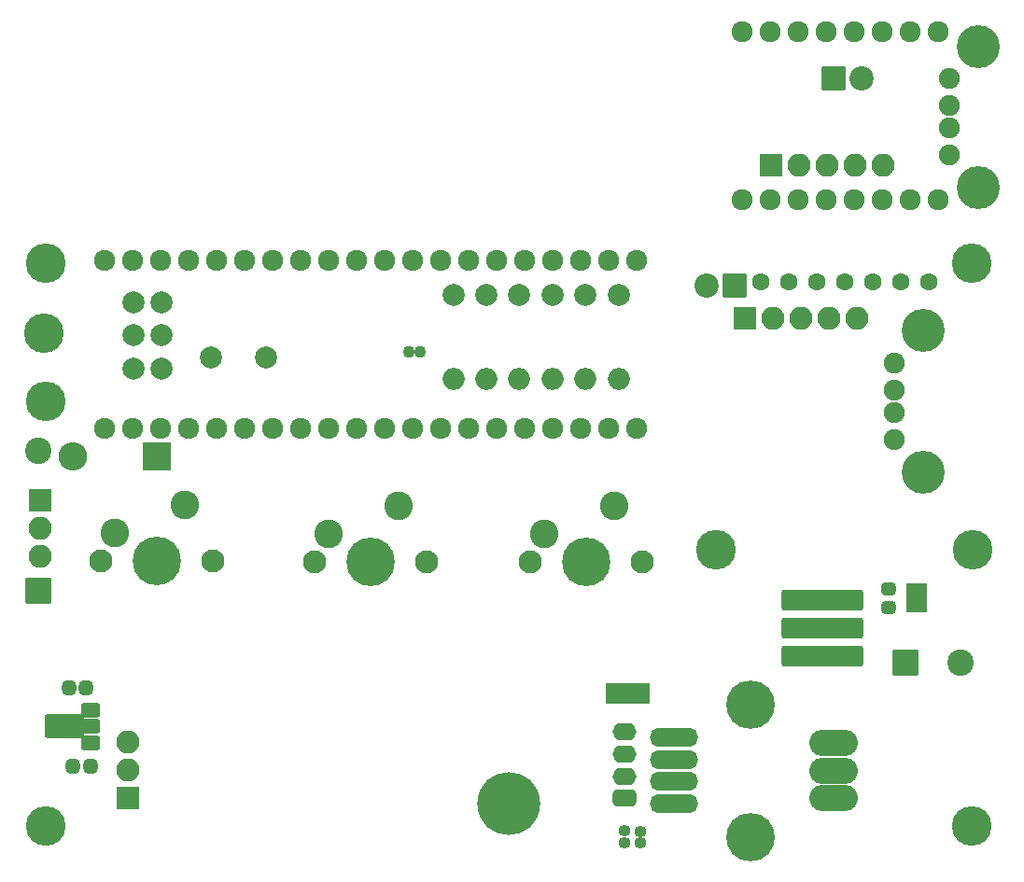
<source format=gbr>
G04 #@! TF.GenerationSoftware,KiCad,Pcbnew,7.0.8-7.0.8~ubuntu22.04.1*
G04 #@! TF.CreationDate,2024-11-12T17:52:49+09:00*
G04 #@! TF.ProjectId,ch32v203KeyBoardBadCable,63683332-7632-4303-934b-6579426f6172,rev?*
G04 #@! TF.SameCoordinates,Original*
G04 #@! TF.FileFunction,Soldermask,Top*
G04 #@! TF.FilePolarity,Negative*
%FSLAX46Y46*%
G04 Gerber Fmt 4.6, Leading zero omitted, Abs format (unit mm)*
G04 Created by KiCad (PCBNEW 7.0.8-7.0.8~ubuntu22.04.1) date 2024-11-12 17:52:49*
%MOMM*%
%LPD*%
G01*
G04 APERTURE LIST*
G04 Aperture macros list*
%AMRoundRect*
0 Rectangle with rounded corners*
0 $1 Rounding radius*
0 $2 $3 $4 $5 $6 $7 $8 $9 X,Y pos of 4 corners*
0 Add a 4 corners polygon primitive as box body*
4,1,4,$2,$3,$4,$5,$6,$7,$8,$9,$2,$3,0*
0 Add four circle primitives for the rounded corners*
1,1,$1+$1,$2,$3*
1,1,$1+$1,$4,$5*
1,1,$1+$1,$6,$7*
1,1,$1+$1,$8,$9*
0 Add four rect primitives between the rounded corners*
20,1,$1+$1,$2,$3,$4,$5,0*
20,1,$1+$1,$4,$5,$6,$7,0*
20,1,$1+$1,$6,$7,$8,$9,0*
20,1,$1+$1,$8,$9,$2,$3,0*%
%AMFreePoly0*
4,1,33,3.949277,1.046694,4.018866,0.991198,4.057486,0.911004,4.062500,0.866500,4.062500,-0.866500,4.042694,-0.953277,3.987198,-1.022866,3.907004,-1.061486,3.862500,-1.066500,0.737500,-1.066500,0.650723,-1.046694,0.581134,-0.991198,0.542514,-0.911004,0.537500,-0.866500,0.537500,-0.650000,-0.737500,-0.650000,-0.824277,-0.630194,-0.893866,-0.574698,-0.932486,-0.494504,-0.937500,-0.450000,
-0.937500,0.450000,-0.917694,0.536777,-0.862198,0.606366,-0.782004,0.644986,-0.737500,0.650000,0.537500,0.650000,0.537500,0.866500,0.557306,0.953277,0.612802,1.022866,0.692996,1.061486,0.737500,1.066500,3.862500,1.066500,3.949277,1.046694,3.949277,1.046694,$1*%
G04 Aperture macros list end*
%ADD10RoundRect,0.200000X-0.750000X0.500000X-0.750000X-0.500000X0.750000X-0.500000X0.750000X0.500000X0*%
%ADD11RoundRect,0.200000X0.900000X0.900000X-0.900000X0.900000X-0.900000X-0.900000X0.900000X-0.900000X0*%
%ADD12C,2.200000*%
%ADD13C,2.000000*%
%ADD14O,2.000000X2.000000*%
%ADD15C,3.600000*%
%ADD16RoundRect,0.200000X1.100000X1.100000X-1.100000X1.100000X-1.100000X-1.100000X1.100000X-1.100000X0*%
%ADD17O,2.600000X2.600000*%
%ADD18C,5.700000*%
%ADD19RoundRect,0.200000X0.650000X0.450000X-0.650000X0.450000X-0.650000X-0.450000X0.650000X-0.450000X0*%
%ADD20FreePoly0,180.000000*%
%ADD21RoundRect,0.200000X-3.500000X-0.750000X3.500000X-0.750000X3.500000X0.750000X-3.500000X0.750000X0*%
%ADD22RoundRect,0.200000X-0.850000X-0.850000X0.850000X-0.850000X0.850000X0.850000X-0.850000X0.850000X0*%
%ADD23O,2.100000X2.100000*%
%ADD24RoundRect,0.200000X-1.000000X-1.000000X1.000000X-1.000000X1.000000X1.000000X-1.000000X1.000000X0*%
%ADD25C,2.400000*%
%ADD26RoundRect,0.335000X0.185000X-0.135000X0.185000X0.135000X-0.185000X0.135000X-0.185000X-0.135000X0*%
%ADD27O,4.400000X4.400000*%
%ADD28O,4.400000X1.700000*%
%ADD29O,4.400000X2.400000*%
%ADD30RoundRect,0.400000X-0.275000X0.200000X-0.275000X-0.200000X0.275000X-0.200000X0.275000X0.200000X0*%
%ADD31C,1.600000*%
%ADD32C,2.100000*%
%ADD33C,4.400000*%
%ADD34C,2.600000*%
%ADD35RoundRect,0.200000X0.850000X-0.850000X0.850000X0.850000X-0.850000X0.850000X-0.850000X-0.850000X0*%
%ADD36RoundRect,0.425000X0.225000X0.250000X-0.225000X0.250000X-0.225000X-0.250000X0.225000X-0.250000X0*%
%ADD37C,1.924000*%
%ADD38C,1.901140*%
%ADD39C,3.900000*%
%ADD40RoundRect,0.200000X0.850000X0.850000X-0.850000X0.850000X-0.850000X-0.850000X0.850000X-0.850000X0*%
%ADD41RoundRect,0.450000X0.625000X-0.350000X0.625000X0.350000X-0.625000X0.350000X-0.625000X-0.350000X0*%
%ADD42O,2.150000X1.600000*%
%ADD43RoundRect,0.335000X-0.135000X-0.185000X0.135000X-0.185000X0.135000X0.185000X-0.135000X0.185000X0*%
%ADD44RoundRect,0.200000X-0.500000X-0.750000X0.500000X-0.750000X0.500000X0.750000X-0.500000X0.750000X0*%
%ADD45RoundRect,0.200000X-0.900000X-0.900000X0.900000X-0.900000X0.900000X0.900000X-0.900000X0.900000X0*%
%ADD46RoundRect,0.200000X-0.850000X0.850000X-0.850000X-0.850000X0.850000X-0.850000X0.850000X0.850000X0*%
G04 APERTURE END LIST*
D10*
X159085600Y-106944800D03*
X159085600Y-108244800D03*
D11*
X142585600Y-79244800D03*
D12*
X140045600Y-79244800D03*
D13*
X126085600Y-80124800D03*
D14*
X126085600Y-87744800D03*
D15*
X79985600Y-83544800D03*
D16*
X90205600Y-94744800D03*
D17*
X82585600Y-94744800D03*
D18*
X122085600Y-126244800D03*
D19*
X84173100Y-120744800D03*
D20*
X84085600Y-119244800D03*
D19*
X84173100Y-117744800D03*
D21*
X150585600Y-107744800D03*
X150585600Y-110284800D03*
X150585600Y-112824800D03*
D22*
X79585600Y-98704800D03*
D23*
X79585600Y-101244800D03*
X79585600Y-103784800D03*
D24*
X158085600Y-113419800D03*
D25*
X163085600Y-113419800D03*
D26*
X132585600Y-129754800D03*
X132585600Y-128734800D03*
D27*
X144085600Y-129244800D03*
X144085600Y-117244800D03*
D28*
X137085600Y-120244800D03*
X137085600Y-122244800D03*
X137085600Y-124244800D03*
X137085600Y-126244800D03*
D29*
X151585600Y-125744800D03*
X151585600Y-123244800D03*
X151585600Y-120744800D03*
D13*
X88085600Y-86744800D03*
X90585600Y-86744800D03*
D30*
X156585600Y-106769800D03*
X156585600Y-108419800D03*
D13*
X88085600Y-83744800D03*
X90585600Y-83744800D03*
D15*
X140935600Y-103244800D03*
X164235600Y-103244800D03*
D31*
X144965600Y-78944800D03*
X147505600Y-78944800D03*
X150045600Y-78944800D03*
X152585600Y-78944800D03*
X155125600Y-78944800D03*
X157665600Y-78944800D03*
X160205600Y-78944800D03*
D32*
X85085600Y-104244800D03*
D33*
X90165600Y-104244800D03*
D32*
X95245600Y-104244800D03*
D34*
X92705600Y-99164800D03*
X86355600Y-101704800D03*
D32*
X124085600Y-104324800D03*
D33*
X129165600Y-104324800D03*
D32*
X134245600Y-104324800D03*
D34*
X131705600Y-99244800D03*
X125355600Y-101784800D03*
D13*
X117085600Y-80124800D03*
D14*
X117085600Y-87744800D03*
D15*
X80085600Y-128244800D03*
D35*
X143545600Y-82244800D03*
D23*
X146085600Y-82244800D03*
X148625600Y-82244800D03*
X151165600Y-82244800D03*
X153705600Y-82244800D03*
D15*
X164085600Y-77244800D03*
D13*
X88085600Y-80744800D03*
X90585600Y-80744800D03*
D36*
X84160600Y-122844800D03*
X82610600Y-122844800D03*
X83773100Y-115744800D03*
X82223100Y-115744800D03*
D13*
X95085600Y-85744800D03*
X100085600Y-85744800D03*
D37*
X85445600Y-92244800D03*
X87985600Y-92244800D03*
X90525600Y-92244800D03*
X93065600Y-92244800D03*
X95605600Y-92244800D03*
X98145600Y-92244800D03*
X100685600Y-92244800D03*
X103225600Y-92244800D03*
X105765600Y-92244800D03*
X108305600Y-92244800D03*
X110845600Y-92244800D03*
X113385600Y-92244800D03*
X115925600Y-92244800D03*
X118465600Y-92244800D03*
X121005600Y-92244800D03*
X123545600Y-92244800D03*
X126085600Y-92244800D03*
X128625600Y-92244800D03*
X131165600Y-92244800D03*
X133705600Y-92244800D03*
X133705600Y-77004800D03*
X131165600Y-77004800D03*
X128625600Y-77004800D03*
X126085600Y-77004800D03*
X123545600Y-77004800D03*
X121005600Y-77004800D03*
X118465600Y-77004800D03*
X115925600Y-77004800D03*
X113385600Y-77004800D03*
X110845600Y-77004800D03*
X108305600Y-77004800D03*
X105765600Y-77004800D03*
X103225600Y-77004800D03*
X100685600Y-77004800D03*
X98145600Y-77004800D03*
X95605600Y-77004800D03*
X93065600Y-77004800D03*
X90525600Y-77004800D03*
X87985600Y-77004800D03*
X85445600Y-77004800D03*
D38*
X157085600Y-93244800D03*
X157085600Y-90744800D03*
X157085600Y-88744800D03*
X157085600Y-86244800D03*
D39*
X159737720Y-96144800D03*
X159737720Y-83344800D03*
D13*
X129085600Y-80124800D03*
D14*
X129085600Y-87744800D03*
D13*
X132085600Y-80124800D03*
D14*
X132085600Y-87744800D03*
D40*
X87585600Y-125744800D03*
D23*
X87585600Y-123204800D03*
X87585600Y-120664800D03*
D15*
X80085600Y-77244800D03*
D41*
X132585600Y-125744800D03*
D42*
X132585600Y-123744800D03*
X132585600Y-121744800D03*
X132585600Y-119744800D03*
D26*
X134085600Y-129764800D03*
X134085600Y-128744800D03*
D13*
X120085600Y-80124800D03*
D14*
X120085600Y-87744800D03*
D13*
X123085600Y-80124800D03*
D14*
X123085600Y-87744800D03*
D32*
X104465600Y-104324800D03*
D33*
X109545600Y-104324800D03*
D32*
X114625600Y-104324800D03*
D34*
X112085600Y-99244800D03*
X105735600Y-101784800D03*
D43*
X113065600Y-85244800D03*
X114085600Y-85244800D03*
D15*
X80085600Y-89744800D03*
D44*
X131585600Y-116244800D03*
X132885600Y-116244800D03*
X134185600Y-116244800D03*
D15*
X164085600Y-128244800D03*
D24*
X79475600Y-106944800D03*
D25*
X79475600Y-94244800D03*
D38*
X162085600Y-67434800D03*
X162085600Y-64934800D03*
X162085600Y-62934800D03*
X162085600Y-60434800D03*
D39*
X164737720Y-70334800D03*
X164737720Y-57534800D03*
D37*
X143305600Y-71434800D03*
X145845600Y-71434800D03*
X148385600Y-71434800D03*
X150925600Y-71434800D03*
X153465600Y-71434800D03*
X156005600Y-71434800D03*
X158545600Y-71434800D03*
X161085600Y-71434800D03*
X161085600Y-56194800D03*
X158545600Y-56194800D03*
X156005600Y-56194800D03*
X153465600Y-56194800D03*
X150925600Y-56194800D03*
X148385600Y-56194800D03*
X145845600Y-56194800D03*
X143305600Y-56194800D03*
D45*
X151545600Y-60434800D03*
D12*
X154085600Y-60434800D03*
D46*
X145885600Y-68334800D03*
D23*
X148425600Y-68334800D03*
X150965600Y-68334800D03*
X153505600Y-68334800D03*
X156045600Y-68334800D03*
M02*

</source>
